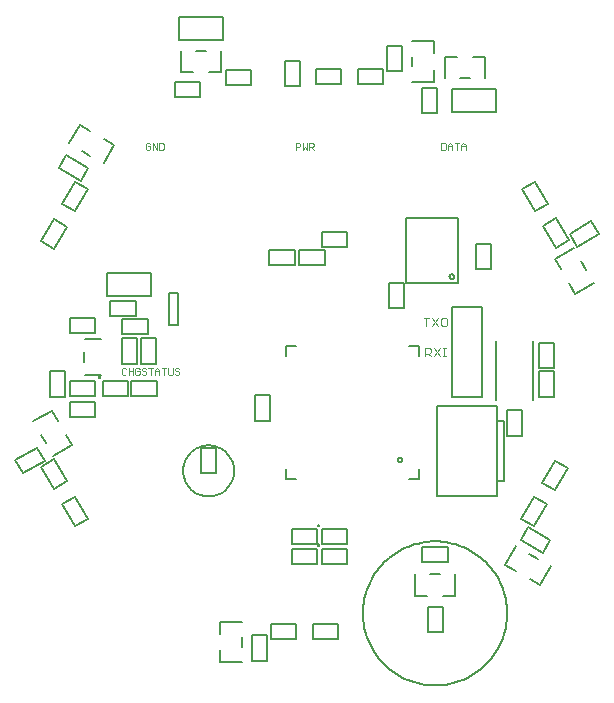
<source format=gto>
G75*
G70*
%OFA0B0*%
%FSLAX24Y24*%
%IPPOS*%
%LPD*%
%AMOC8*
5,1,8,0,0,1.08239X$1,22.5*
%
%ADD10C,0.0030*%
%ADD11C,0.0020*%
%ADD12C,0.0050*%
D10*
X017445Y014195D02*
X017445Y014485D01*
X017590Y014485D01*
X017638Y014437D01*
X017638Y014340D01*
X017590Y014292D01*
X017445Y014292D01*
X017542Y014292D02*
X017638Y014195D01*
X017740Y014195D02*
X017933Y014485D01*
X018034Y014485D02*
X018131Y014485D01*
X018083Y014485D02*
X018083Y014195D01*
X018131Y014195D02*
X018034Y014195D01*
X017933Y014195D02*
X017740Y014485D01*
X017690Y015195D02*
X017883Y015485D01*
X017984Y015437D02*
X017984Y015243D01*
X018033Y015195D01*
X018129Y015195D01*
X018178Y015243D01*
X018178Y015437D01*
X018129Y015485D01*
X018033Y015485D01*
X017984Y015437D01*
X017883Y015195D02*
X017690Y015485D01*
X017588Y015485D02*
X017395Y015485D01*
X017492Y015485D02*
X017492Y015195D01*
D11*
X017990Y021090D02*
X018100Y021090D01*
X018137Y021127D01*
X018137Y021273D01*
X018100Y021310D01*
X017990Y021310D01*
X017990Y021090D01*
X018211Y021090D02*
X018211Y021237D01*
X018284Y021310D01*
X018358Y021237D01*
X018358Y021090D01*
X018358Y021200D02*
X018211Y021200D01*
X018432Y021310D02*
X018579Y021310D01*
X018505Y021310D02*
X018505Y021090D01*
X018653Y021090D02*
X018653Y021237D01*
X018726Y021310D01*
X018800Y021237D01*
X018800Y021090D01*
X018800Y021200D02*
X018653Y021200D01*
X013729Y021200D02*
X013692Y021163D01*
X013582Y021163D01*
X013582Y021090D02*
X013582Y021310D01*
X013692Y021310D01*
X013729Y021273D01*
X013729Y021200D01*
X013655Y021163D02*
X013729Y021090D01*
X013508Y021090D02*
X013508Y021310D01*
X013361Y021310D02*
X013361Y021090D01*
X013434Y021163D01*
X013508Y021090D01*
X013287Y021200D02*
X013250Y021163D01*
X013140Y021163D01*
X013140Y021090D02*
X013140Y021310D01*
X013250Y021310D01*
X013287Y021273D01*
X013287Y021200D01*
X008729Y021127D02*
X008729Y021273D01*
X008692Y021310D01*
X008582Y021310D01*
X008582Y021090D01*
X008692Y021090D01*
X008729Y021127D01*
X008508Y021090D02*
X008508Y021310D01*
X008361Y021310D02*
X008508Y021090D01*
X008361Y021090D02*
X008361Y021310D01*
X008287Y021273D02*
X008250Y021310D01*
X008177Y021310D01*
X008140Y021273D01*
X008140Y021127D01*
X008177Y021090D01*
X008250Y021090D01*
X008287Y021127D01*
X008287Y021200D01*
X008213Y021200D01*
X008224Y013810D02*
X008371Y013810D01*
X008297Y013810D02*
X008297Y013590D01*
X008445Y013590D02*
X008445Y013737D01*
X008518Y013810D01*
X008592Y013737D01*
X008592Y013590D01*
X008592Y013700D02*
X008445Y013700D01*
X008666Y013810D02*
X008813Y013810D01*
X008739Y013810D02*
X008739Y013590D01*
X008887Y013627D02*
X008887Y013810D01*
X009034Y013810D02*
X009034Y013627D01*
X008997Y013590D01*
X008924Y013590D01*
X008887Y013627D01*
X009108Y013627D02*
X009145Y013590D01*
X009218Y013590D01*
X009255Y013627D01*
X009255Y013663D01*
X009218Y013700D01*
X009145Y013700D01*
X009108Y013737D01*
X009108Y013773D01*
X009145Y013810D01*
X009218Y013810D01*
X009255Y013773D01*
X008150Y013773D02*
X008113Y013810D01*
X008040Y013810D01*
X008003Y013773D01*
X008003Y013737D01*
X008040Y013700D01*
X008113Y013700D01*
X008150Y013663D01*
X008150Y013627D01*
X008113Y013590D01*
X008040Y013590D01*
X008003Y013627D01*
X007929Y013627D02*
X007929Y013700D01*
X007855Y013700D01*
X007782Y013627D02*
X007819Y013590D01*
X007892Y013590D01*
X007929Y013627D01*
X007929Y013773D02*
X007892Y013810D01*
X007819Y013810D01*
X007782Y013773D01*
X007782Y013627D01*
X007708Y013590D02*
X007708Y013810D01*
X007708Y013700D02*
X007561Y013700D01*
X007487Y013627D02*
X007450Y013590D01*
X007377Y013590D01*
X007340Y013627D01*
X007340Y013773D01*
X007377Y013810D01*
X007450Y013810D01*
X007487Y013773D01*
X007561Y013810D02*
X007561Y013590D01*
D12*
X006207Y008790D02*
X005774Y008540D01*
X005353Y009270D01*
X005786Y009520D01*
X006207Y008790D01*
X005507Y010040D02*
X005074Y009790D01*
X004653Y010520D01*
X005086Y010770D01*
X005507Y010040D01*
X005058Y010873D02*
X005672Y011228D01*
X005475Y011568D01*
X005199Y012046D02*
X005002Y012387D01*
X004388Y012032D01*
X004644Y011589D02*
X004802Y011316D01*
X004520Y011157D02*
X004770Y010724D01*
X004040Y010303D01*
X003790Y010736D01*
X004520Y011157D01*
X005609Y012180D02*
X005609Y012680D01*
X006451Y012680D01*
X006451Y012180D01*
X005609Y012180D01*
X005609Y012880D02*
X005609Y013380D01*
X006451Y013380D01*
X006451Y012880D01*
X005609Y012880D01*
X005430Y012859D02*
X004930Y012859D01*
X004930Y013701D01*
X005430Y013701D01*
X005430Y012859D01*
X006104Y013589D02*
X006656Y013589D01*
X006561Y013512D02*
X006563Y013522D01*
X006568Y013531D01*
X006576Y013538D01*
X006586Y013542D01*
X006596Y013542D01*
X006606Y013538D01*
X006614Y013531D01*
X006619Y013522D01*
X006621Y013512D01*
X006619Y013502D01*
X006614Y013493D01*
X006606Y013486D01*
X006596Y013482D01*
X006586Y013482D01*
X006576Y013486D01*
X006568Y013493D01*
X006563Y013502D01*
X006561Y013512D01*
X006709Y013380D02*
X006709Y012880D01*
X007551Y012880D01*
X007551Y013380D01*
X006709Y013380D01*
X007330Y013959D02*
X007330Y014801D01*
X007830Y014801D01*
X007830Y013959D01*
X007330Y013959D01*
X007659Y013380D02*
X007659Y012880D01*
X008501Y012880D01*
X008501Y013380D01*
X007659Y013380D01*
X007980Y013959D02*
X008480Y013959D01*
X008480Y014801D01*
X007980Y014801D01*
X007980Y013959D01*
X008201Y014930D02*
X007359Y014930D01*
X007359Y015430D01*
X008201Y015430D01*
X008201Y014930D01*
X007801Y015530D02*
X007801Y016030D01*
X006959Y016030D01*
X006959Y015530D01*
X007801Y015530D01*
X008304Y016198D02*
X008304Y016962D01*
X006856Y016962D01*
X006856Y016198D01*
X008304Y016198D01*
X008923Y016319D02*
X009226Y016319D01*
X009226Y015241D01*
X008923Y015241D01*
X008923Y016319D01*
X006656Y014771D02*
X006104Y014771D01*
X006451Y014980D02*
X005609Y014980D01*
X005609Y015480D01*
X006451Y015480D01*
X006451Y014980D01*
X006065Y014337D02*
X006065Y014023D01*
X005086Y017790D02*
X004653Y018040D01*
X005074Y018770D01*
X005507Y018520D01*
X005086Y017790D01*
X005786Y019040D02*
X005353Y019290D01*
X005774Y020020D01*
X006207Y019770D01*
X005786Y019040D01*
X005970Y020053D02*
X006220Y020486D01*
X005490Y020907D01*
X005240Y020474D01*
X005970Y020053D01*
X006289Y020894D02*
X006016Y021052D01*
X005573Y021308D02*
X005928Y021922D01*
X006268Y021725D01*
X006746Y021449D02*
X007087Y021252D01*
X006732Y020638D01*
X009109Y022830D02*
X009109Y023330D01*
X009951Y023330D01*
X009951Y022830D01*
X009109Y022830D01*
X009311Y023676D02*
X009704Y023676D01*
X009311Y023676D02*
X009311Y024384D01*
X009256Y024748D02*
X009256Y025512D01*
X010704Y025512D01*
X010704Y024748D01*
X009256Y024748D01*
X009823Y024384D02*
X010137Y024384D01*
X010649Y024384D02*
X010649Y023676D01*
X010256Y023676D01*
X010809Y023730D02*
X010809Y023230D01*
X011651Y023230D01*
X011651Y023730D01*
X010809Y023730D01*
X012780Y024051D02*
X012780Y023209D01*
X013280Y023209D01*
X013280Y024051D01*
X012780Y024051D01*
X013809Y023780D02*
X013809Y023280D01*
X014651Y023280D01*
X014651Y023780D01*
X013809Y023780D01*
X015209Y023780D02*
X015209Y023280D01*
X016051Y023280D01*
X016051Y023780D01*
X015209Y023780D01*
X016180Y023709D02*
X016680Y023709D01*
X016680Y024551D01*
X016180Y024551D01*
X016180Y023709D01*
X017026Y023873D02*
X017026Y024187D01*
X017026Y024699D02*
X017734Y024699D01*
X017734Y024306D01*
X018111Y024184D02*
X018504Y024184D01*
X018111Y024184D02*
X018111Y023476D01*
X017830Y023151D02*
X017830Y022309D01*
X017330Y022309D01*
X017330Y023151D01*
X017830Y023151D01*
X017734Y023361D02*
X017734Y023754D01*
X017734Y023361D02*
X017026Y023361D01*
X018356Y023112D02*
X018356Y022348D01*
X019804Y022348D01*
X019804Y023112D01*
X018356Y023112D01*
X018623Y023476D02*
X018937Y023476D01*
X019449Y023476D02*
X019449Y024184D01*
X019056Y024184D01*
X021117Y020014D02*
X020684Y019764D01*
X021105Y019035D01*
X021538Y019285D01*
X021117Y020014D01*
X021817Y018802D02*
X022238Y018072D01*
X021805Y017822D01*
X021384Y018552D01*
X021817Y018802D01*
X022264Y018285D02*
X022514Y017852D01*
X023243Y018273D01*
X022993Y018706D01*
X022264Y018285D01*
X022396Y017806D02*
X021783Y017452D01*
X021980Y017111D01*
X022255Y016634D02*
X022452Y016293D01*
X023066Y016647D01*
X022810Y017090D02*
X022652Y017363D01*
X021730Y014651D02*
X021230Y014651D01*
X021230Y013809D01*
X021730Y013809D01*
X021730Y014651D01*
X021060Y014714D02*
X021060Y012746D01*
X021230Y012859D02*
X021730Y012859D01*
X021730Y013701D01*
X021230Y013701D01*
X021230Y012859D01*
X020680Y012401D02*
X020680Y011559D01*
X020180Y011559D01*
X020180Y012401D01*
X020680Y012401D01*
X020080Y012030D02*
X019830Y012030D01*
X019830Y010030D01*
X020080Y010030D01*
X020080Y012030D01*
X019830Y012030D02*
X019830Y012530D01*
X017830Y012530D01*
X017830Y009530D01*
X019830Y009530D01*
X019830Y010030D01*
X021074Y009520D02*
X020653Y008790D01*
X021086Y008540D01*
X021507Y009270D01*
X021074Y009520D01*
X021353Y009990D02*
X021774Y010720D01*
X022207Y010470D01*
X021786Y009740D01*
X021353Y009990D01*
X020890Y008507D02*
X020640Y008074D01*
X021370Y007653D01*
X021620Y008086D01*
X020890Y008507D01*
X020478Y007872D02*
X020123Y007258D01*
X020464Y007061D01*
X020942Y006785D02*
X021282Y006588D01*
X021637Y007202D01*
X021194Y007458D02*
X020921Y007616D01*
X018449Y006934D02*
X018449Y006226D01*
X018056Y006226D01*
X018030Y005851D02*
X017530Y005851D01*
X017530Y005009D01*
X018030Y005009D01*
X018030Y005851D01*
X015378Y005630D02*
X015381Y005748D01*
X015390Y005865D01*
X015404Y005982D01*
X015424Y006099D01*
X015450Y006214D01*
X015481Y006327D01*
X015518Y006439D01*
X015561Y006549D01*
X015609Y006657D01*
X015662Y006762D01*
X015720Y006865D01*
X015783Y006964D01*
X015851Y007061D01*
X015923Y007154D01*
X016000Y007243D01*
X016082Y007328D01*
X016167Y007410D01*
X016256Y007487D01*
X016349Y007559D01*
X016446Y007627D01*
X016545Y007690D01*
X016648Y007748D01*
X016753Y007801D01*
X016861Y007849D01*
X016971Y007892D01*
X017083Y007929D01*
X017196Y007960D01*
X017311Y007986D01*
X017428Y008006D01*
X017545Y008020D01*
X017662Y008029D01*
X017780Y008032D01*
X017898Y008029D01*
X018015Y008020D01*
X018132Y008006D01*
X018249Y007986D01*
X018364Y007960D01*
X018477Y007929D01*
X018589Y007892D01*
X018699Y007849D01*
X018807Y007801D01*
X018912Y007748D01*
X019015Y007690D01*
X019114Y007627D01*
X019211Y007559D01*
X019304Y007487D01*
X019393Y007410D01*
X019478Y007328D01*
X019560Y007243D01*
X019637Y007154D01*
X019709Y007061D01*
X019777Y006964D01*
X019840Y006865D01*
X019898Y006762D01*
X019951Y006657D01*
X019999Y006549D01*
X020042Y006439D01*
X020079Y006327D01*
X020110Y006214D01*
X020136Y006099D01*
X020156Y005982D01*
X020170Y005865D01*
X020179Y005748D01*
X020182Y005630D01*
X020179Y005512D01*
X020170Y005395D01*
X020156Y005278D01*
X020136Y005161D01*
X020110Y005046D01*
X020079Y004933D01*
X020042Y004821D01*
X019999Y004711D01*
X019951Y004603D01*
X019898Y004498D01*
X019840Y004395D01*
X019777Y004296D01*
X019709Y004199D01*
X019637Y004106D01*
X019560Y004017D01*
X019478Y003932D01*
X019393Y003850D01*
X019304Y003773D01*
X019211Y003701D01*
X019114Y003633D01*
X019015Y003570D01*
X018912Y003512D01*
X018807Y003459D01*
X018699Y003411D01*
X018589Y003368D01*
X018477Y003331D01*
X018364Y003300D01*
X018249Y003274D01*
X018132Y003254D01*
X018015Y003240D01*
X017898Y003231D01*
X017780Y003228D01*
X017662Y003231D01*
X017545Y003240D01*
X017428Y003254D01*
X017311Y003274D01*
X017196Y003300D01*
X017083Y003331D01*
X016971Y003368D01*
X016861Y003411D01*
X016753Y003459D01*
X016648Y003512D01*
X016545Y003570D01*
X016446Y003633D01*
X016349Y003701D01*
X016256Y003773D01*
X016167Y003850D01*
X016082Y003932D01*
X016000Y004017D01*
X015923Y004106D01*
X015851Y004199D01*
X015783Y004296D01*
X015720Y004395D01*
X015662Y004498D01*
X015609Y004603D01*
X015561Y004711D01*
X015518Y004821D01*
X015481Y004933D01*
X015450Y005046D01*
X015424Y005161D01*
X015404Y005278D01*
X015390Y005395D01*
X015381Y005512D01*
X015378Y005630D01*
X014551Y005280D02*
X014551Y004780D01*
X013709Y004780D01*
X013709Y005280D01*
X014551Y005280D01*
X013151Y005280D02*
X013151Y004780D01*
X012309Y004780D01*
X012309Y005280D01*
X013151Y005280D01*
X012180Y004901D02*
X011680Y004901D01*
X011680Y004059D01*
X012180Y004059D01*
X012180Y004901D01*
X011334Y004837D02*
X011334Y004523D01*
X011334Y004011D02*
X010626Y004011D01*
X010626Y004404D01*
X010626Y004956D02*
X010626Y005349D01*
X011334Y005349D01*
X013009Y007280D02*
X013009Y007780D01*
X013851Y007780D01*
X013851Y007280D01*
X013009Y007280D01*
X013009Y007930D02*
X013009Y008430D01*
X013851Y008430D01*
X013851Y007930D01*
X013009Y007930D01*
X013861Y007912D02*
X013863Y007922D01*
X013868Y007931D01*
X013876Y007938D01*
X013886Y007942D01*
X013896Y007942D01*
X013906Y007938D01*
X013914Y007931D01*
X013919Y007922D01*
X013921Y007912D01*
X013919Y007902D01*
X013914Y007893D01*
X013906Y007886D01*
X013896Y007882D01*
X013886Y007882D01*
X013876Y007886D01*
X013868Y007893D01*
X013863Y007902D01*
X013861Y007912D01*
X014009Y007930D02*
X014009Y008430D01*
X014851Y008430D01*
X014851Y007930D01*
X014009Y007930D01*
X014009Y007780D02*
X014009Y007280D01*
X014851Y007280D01*
X014851Y007780D01*
X014009Y007780D01*
X013861Y008562D02*
X013863Y008572D01*
X013868Y008581D01*
X013876Y008588D01*
X013886Y008592D01*
X013896Y008592D01*
X013906Y008588D01*
X013914Y008581D01*
X013919Y008572D01*
X013921Y008562D01*
X013919Y008552D01*
X013914Y008543D01*
X013906Y008536D01*
X013896Y008532D01*
X013886Y008532D01*
X013876Y008536D01*
X013868Y008543D01*
X013863Y008552D01*
X013861Y008562D01*
X013140Y010125D02*
X012825Y010125D01*
X012825Y010440D01*
X012280Y012059D02*
X011780Y012059D01*
X011780Y012901D01*
X012280Y012901D01*
X012280Y012059D01*
X010480Y011151D02*
X010480Y010309D01*
X009980Y010309D01*
X009980Y011151D01*
X010480Y011151D01*
X009380Y010380D02*
X009382Y010438D01*
X009388Y010496D01*
X009398Y010553D01*
X009412Y010609D01*
X009429Y010665D01*
X009450Y010719D01*
X009475Y010771D01*
X009504Y010822D01*
X009536Y010870D01*
X009571Y010916D01*
X009609Y010960D01*
X009650Y011001D01*
X009694Y011039D01*
X009740Y011074D01*
X009788Y011106D01*
X009839Y011135D01*
X009891Y011160D01*
X009945Y011181D01*
X010001Y011198D01*
X010057Y011212D01*
X010114Y011222D01*
X010172Y011228D01*
X010230Y011230D01*
X010288Y011228D01*
X010346Y011222D01*
X010403Y011212D01*
X010459Y011198D01*
X010515Y011181D01*
X010569Y011160D01*
X010621Y011135D01*
X010672Y011106D01*
X010720Y011074D01*
X010766Y011039D01*
X010810Y011001D01*
X010851Y010960D01*
X010889Y010916D01*
X010924Y010870D01*
X010956Y010822D01*
X010985Y010771D01*
X011010Y010719D01*
X011031Y010665D01*
X011048Y010609D01*
X011062Y010553D01*
X011072Y010496D01*
X011078Y010438D01*
X011080Y010380D01*
X011078Y010322D01*
X011072Y010264D01*
X011062Y010207D01*
X011048Y010151D01*
X011031Y010095D01*
X011010Y010041D01*
X010985Y009989D01*
X010956Y009938D01*
X010924Y009890D01*
X010889Y009844D01*
X010851Y009800D01*
X010810Y009759D01*
X010766Y009721D01*
X010720Y009686D01*
X010672Y009654D01*
X010621Y009625D01*
X010569Y009600D01*
X010515Y009579D01*
X010459Y009562D01*
X010403Y009548D01*
X010346Y009538D01*
X010288Y009532D01*
X010230Y009530D01*
X010172Y009532D01*
X010114Y009538D01*
X010057Y009548D01*
X010001Y009562D01*
X009945Y009579D01*
X009891Y009600D01*
X009839Y009625D01*
X009788Y009654D01*
X009740Y009686D01*
X009694Y009721D01*
X009650Y009759D01*
X009609Y009800D01*
X009571Y009844D01*
X009536Y009890D01*
X009504Y009938D01*
X009475Y009989D01*
X009450Y010041D01*
X009429Y010095D01*
X009412Y010151D01*
X009398Y010207D01*
X009388Y010264D01*
X009382Y010322D01*
X009380Y010380D01*
X012825Y014220D02*
X012825Y014535D01*
X013140Y014535D01*
X013101Y017230D02*
X012259Y017230D01*
X012259Y017730D01*
X013101Y017730D01*
X013101Y017230D01*
X013259Y017230D02*
X013259Y017730D01*
X014101Y017730D01*
X014101Y017230D01*
X013259Y017230D01*
X014009Y017830D02*
X014009Y018330D01*
X014851Y018330D01*
X014851Y017830D01*
X014009Y017830D01*
X016230Y016651D02*
X016230Y015809D01*
X016730Y015809D01*
X016730Y016651D01*
X016230Y016651D01*
X016814Y016647D02*
X018546Y016647D01*
X018546Y018813D01*
X016814Y018813D01*
X016814Y016647D01*
X018259Y016862D02*
X018261Y016879D01*
X018267Y016896D01*
X018276Y016911D01*
X018288Y016923D01*
X018303Y016932D01*
X018320Y016938D01*
X018337Y016940D01*
X018354Y016938D01*
X018371Y016932D01*
X018386Y016923D01*
X018398Y016911D01*
X018407Y016896D01*
X018413Y016879D01*
X018415Y016862D01*
X018413Y016845D01*
X018407Y016828D01*
X018398Y016813D01*
X018386Y016801D01*
X018371Y016792D01*
X018354Y016786D01*
X018337Y016784D01*
X018320Y016786D01*
X018303Y016792D01*
X018288Y016801D01*
X018276Y016813D01*
X018267Y016828D01*
X018261Y016845D01*
X018259Y016862D01*
X019130Y017109D02*
X019130Y017951D01*
X019630Y017951D01*
X019630Y017109D01*
X019130Y017109D01*
X019330Y015830D02*
X018330Y015830D01*
X018330Y012830D01*
X019330Y012830D01*
X019330Y015830D01*
X019800Y014714D02*
X019800Y012746D01*
X017235Y014220D02*
X017235Y014535D01*
X016920Y014535D01*
X016535Y010755D02*
X016537Y010771D01*
X016542Y010786D01*
X016551Y010800D01*
X016563Y010811D01*
X016577Y010819D01*
X016593Y010824D01*
X016609Y010825D01*
X016625Y010822D01*
X016640Y010816D01*
X016653Y010806D01*
X016663Y010793D01*
X016671Y010779D01*
X016675Y010763D01*
X016675Y010747D01*
X016671Y010731D01*
X016663Y010717D01*
X016653Y010704D01*
X016640Y010694D01*
X016625Y010688D01*
X016609Y010685D01*
X016593Y010686D01*
X016577Y010691D01*
X016563Y010699D01*
X016551Y010710D01*
X016542Y010724D01*
X016537Y010739D01*
X016535Y010755D01*
X016920Y010125D02*
X017235Y010125D01*
X017235Y010440D01*
X017359Y007830D02*
X017359Y007330D01*
X018201Y007330D01*
X018201Y007830D01*
X017359Y007830D01*
X017111Y006934D02*
X017111Y006226D01*
X017504Y006226D01*
X017623Y006934D02*
X017937Y006934D01*
M02*

</source>
